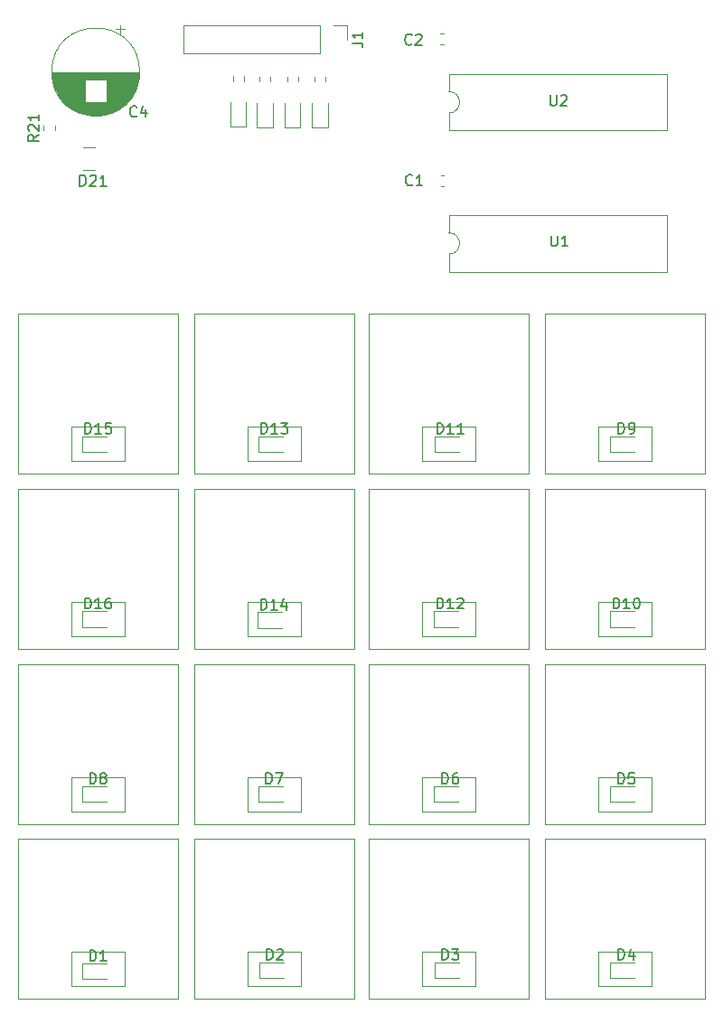
<source format=gto>
%TF.GenerationSoftware,KiCad,Pcbnew,8.0.8*%
%TF.CreationDate,2025-02-24T16:27:27+09:00*%
%TF.ProjectId,keyboard,6b657962-6f61-4726-942e-6b696361645f,rev?*%
%TF.SameCoordinates,Original*%
%TF.FileFunction,Legend,Top*%
%TF.FilePolarity,Positive*%
%FSLAX46Y46*%
G04 Gerber Fmt 4.6, Leading zero omitted, Abs format (unit mm)*
G04 Created by KiCad (PCBNEW 8.0.8) date 2025-02-24 16:27:27*
%MOMM*%
%LPD*%
G01*
G04 APERTURE LIST*
%ADD10C,0.150000*%
%ADD11C,0.100000*%
%ADD12C,0.120000*%
G04 APERTURE END LIST*
D10*
X111285714Y-108124819D02*
X111285714Y-107124819D01*
X111285714Y-107124819D02*
X111523809Y-107124819D01*
X111523809Y-107124819D02*
X111666666Y-107172438D01*
X111666666Y-107172438D02*
X111761904Y-107267676D01*
X111761904Y-107267676D02*
X111809523Y-107362914D01*
X111809523Y-107362914D02*
X111857142Y-107553390D01*
X111857142Y-107553390D02*
X111857142Y-107696247D01*
X111857142Y-107696247D02*
X111809523Y-107886723D01*
X111809523Y-107886723D02*
X111761904Y-107981961D01*
X111761904Y-107981961D02*
X111666666Y-108077200D01*
X111666666Y-108077200D02*
X111523809Y-108124819D01*
X111523809Y-108124819D02*
X111285714Y-108124819D01*
X112809523Y-108124819D02*
X112238095Y-108124819D01*
X112523809Y-108124819D02*
X112523809Y-107124819D01*
X112523809Y-107124819D02*
X112428571Y-107267676D01*
X112428571Y-107267676D02*
X112333333Y-107362914D01*
X112333333Y-107362914D02*
X112238095Y-107410533D01*
X113666666Y-107124819D02*
X113476190Y-107124819D01*
X113476190Y-107124819D02*
X113380952Y-107172438D01*
X113380952Y-107172438D02*
X113333333Y-107220057D01*
X113333333Y-107220057D02*
X113238095Y-107362914D01*
X113238095Y-107362914D02*
X113190476Y-107553390D01*
X113190476Y-107553390D02*
X113190476Y-107934342D01*
X113190476Y-107934342D02*
X113238095Y-108029580D01*
X113238095Y-108029580D02*
X113285714Y-108077200D01*
X113285714Y-108077200D02*
X113380952Y-108124819D01*
X113380952Y-108124819D02*
X113571428Y-108124819D01*
X113571428Y-108124819D02*
X113666666Y-108077200D01*
X113666666Y-108077200D02*
X113714285Y-108029580D01*
X113714285Y-108029580D02*
X113761904Y-107934342D01*
X113761904Y-107934342D02*
X113761904Y-107696247D01*
X113761904Y-107696247D02*
X113714285Y-107601009D01*
X113714285Y-107601009D02*
X113666666Y-107553390D01*
X113666666Y-107553390D02*
X113571428Y-107505771D01*
X113571428Y-107505771D02*
X113380952Y-107505771D01*
X113380952Y-107505771D02*
X113285714Y-107553390D01*
X113285714Y-107553390D02*
X113238095Y-107601009D01*
X113238095Y-107601009D02*
X113190476Y-107696247D01*
X111774405Y-141124819D02*
X111774405Y-140124819D01*
X111774405Y-140124819D02*
X112012500Y-140124819D01*
X112012500Y-140124819D02*
X112155357Y-140172438D01*
X112155357Y-140172438D02*
X112250595Y-140267676D01*
X112250595Y-140267676D02*
X112298214Y-140362914D01*
X112298214Y-140362914D02*
X112345833Y-140553390D01*
X112345833Y-140553390D02*
X112345833Y-140696247D01*
X112345833Y-140696247D02*
X112298214Y-140886723D01*
X112298214Y-140886723D02*
X112250595Y-140981961D01*
X112250595Y-140981961D02*
X112155357Y-141077200D01*
X112155357Y-141077200D02*
X112012500Y-141124819D01*
X112012500Y-141124819D02*
X111774405Y-141124819D01*
X113298214Y-141124819D02*
X112726786Y-141124819D01*
X113012500Y-141124819D02*
X113012500Y-140124819D01*
X113012500Y-140124819D02*
X112917262Y-140267676D01*
X112917262Y-140267676D02*
X112822024Y-140362914D01*
X112822024Y-140362914D02*
X112726786Y-140410533D01*
X144298214Y-91724819D02*
X144298214Y-90724819D01*
X144298214Y-90724819D02*
X144536309Y-90724819D01*
X144536309Y-90724819D02*
X144679166Y-90772438D01*
X144679166Y-90772438D02*
X144774404Y-90867676D01*
X144774404Y-90867676D02*
X144822023Y-90962914D01*
X144822023Y-90962914D02*
X144869642Y-91153390D01*
X144869642Y-91153390D02*
X144869642Y-91296247D01*
X144869642Y-91296247D02*
X144822023Y-91486723D01*
X144822023Y-91486723D02*
X144774404Y-91581961D01*
X144774404Y-91581961D02*
X144679166Y-91677200D01*
X144679166Y-91677200D02*
X144536309Y-91724819D01*
X144536309Y-91724819D02*
X144298214Y-91724819D01*
X145822023Y-91724819D02*
X145250595Y-91724819D01*
X145536309Y-91724819D02*
X145536309Y-90724819D01*
X145536309Y-90724819D02*
X145441071Y-90867676D01*
X145441071Y-90867676D02*
X145345833Y-90962914D01*
X145345833Y-90962914D02*
X145250595Y-91010533D01*
X146774404Y-91724819D02*
X146202976Y-91724819D01*
X146488690Y-91724819D02*
X146488690Y-90724819D01*
X146488690Y-90724819D02*
X146393452Y-90867676D01*
X146393452Y-90867676D02*
X146298214Y-90962914D01*
X146298214Y-90962914D02*
X146202976Y-91010533D01*
X116133333Y-61959580D02*
X116085714Y-62007200D01*
X116085714Y-62007200D02*
X115942857Y-62054819D01*
X115942857Y-62054819D02*
X115847619Y-62054819D01*
X115847619Y-62054819D02*
X115704762Y-62007200D01*
X115704762Y-62007200D02*
X115609524Y-61911961D01*
X115609524Y-61911961D02*
X115561905Y-61816723D01*
X115561905Y-61816723D02*
X115514286Y-61626247D01*
X115514286Y-61626247D02*
X115514286Y-61483390D01*
X115514286Y-61483390D02*
X115561905Y-61292914D01*
X115561905Y-61292914D02*
X115609524Y-61197676D01*
X115609524Y-61197676D02*
X115704762Y-61102438D01*
X115704762Y-61102438D02*
X115847619Y-61054819D01*
X115847619Y-61054819D02*
X115942857Y-61054819D01*
X115942857Y-61054819D02*
X116085714Y-61102438D01*
X116085714Y-61102438D02*
X116133333Y-61150057D01*
X116990476Y-61388152D02*
X116990476Y-62054819D01*
X116752381Y-61007200D02*
X116514286Y-61721485D01*
X116514286Y-61721485D02*
X117133333Y-61721485D01*
X127798214Y-91724819D02*
X127798214Y-90724819D01*
X127798214Y-90724819D02*
X128036309Y-90724819D01*
X128036309Y-90724819D02*
X128179166Y-90772438D01*
X128179166Y-90772438D02*
X128274404Y-90867676D01*
X128274404Y-90867676D02*
X128322023Y-90962914D01*
X128322023Y-90962914D02*
X128369642Y-91153390D01*
X128369642Y-91153390D02*
X128369642Y-91296247D01*
X128369642Y-91296247D02*
X128322023Y-91486723D01*
X128322023Y-91486723D02*
X128274404Y-91581961D01*
X128274404Y-91581961D02*
X128179166Y-91677200D01*
X128179166Y-91677200D02*
X128036309Y-91724819D01*
X128036309Y-91724819D02*
X127798214Y-91724819D01*
X129322023Y-91724819D02*
X128750595Y-91724819D01*
X129036309Y-91724819D02*
X129036309Y-90724819D01*
X129036309Y-90724819D02*
X128941071Y-90867676D01*
X128941071Y-90867676D02*
X128845833Y-90962914D01*
X128845833Y-90962914D02*
X128750595Y-91010533D01*
X129655357Y-90724819D02*
X130274404Y-90724819D01*
X130274404Y-90724819D02*
X129941071Y-91105771D01*
X129941071Y-91105771D02*
X130083928Y-91105771D01*
X130083928Y-91105771D02*
X130179166Y-91153390D01*
X130179166Y-91153390D02*
X130226785Y-91201009D01*
X130226785Y-91201009D02*
X130274404Y-91296247D01*
X130274404Y-91296247D02*
X130274404Y-91534342D01*
X130274404Y-91534342D02*
X130226785Y-91629580D01*
X130226785Y-91629580D02*
X130179166Y-91677200D01*
X130179166Y-91677200D02*
X130083928Y-91724819D01*
X130083928Y-91724819D02*
X129798214Y-91724819D01*
X129798214Y-91724819D02*
X129702976Y-91677200D01*
X129702976Y-91677200D02*
X129655357Y-91629580D01*
X161274405Y-91724819D02*
X161274405Y-90724819D01*
X161274405Y-90724819D02*
X161512500Y-90724819D01*
X161512500Y-90724819D02*
X161655357Y-90772438D01*
X161655357Y-90772438D02*
X161750595Y-90867676D01*
X161750595Y-90867676D02*
X161798214Y-90962914D01*
X161798214Y-90962914D02*
X161845833Y-91153390D01*
X161845833Y-91153390D02*
X161845833Y-91296247D01*
X161845833Y-91296247D02*
X161798214Y-91486723D01*
X161798214Y-91486723D02*
X161750595Y-91581961D01*
X161750595Y-91581961D02*
X161655357Y-91677200D01*
X161655357Y-91677200D02*
X161512500Y-91724819D01*
X161512500Y-91724819D02*
X161274405Y-91724819D01*
X162322024Y-91724819D02*
X162512500Y-91724819D01*
X162512500Y-91724819D02*
X162607738Y-91677200D01*
X162607738Y-91677200D02*
X162655357Y-91629580D01*
X162655357Y-91629580D02*
X162750595Y-91486723D01*
X162750595Y-91486723D02*
X162798214Y-91296247D01*
X162798214Y-91296247D02*
X162798214Y-90915295D01*
X162798214Y-90915295D02*
X162750595Y-90820057D01*
X162750595Y-90820057D02*
X162702976Y-90772438D01*
X162702976Y-90772438D02*
X162607738Y-90724819D01*
X162607738Y-90724819D02*
X162417262Y-90724819D01*
X162417262Y-90724819D02*
X162322024Y-90772438D01*
X162322024Y-90772438D02*
X162274405Y-90820057D01*
X162274405Y-90820057D02*
X162226786Y-90915295D01*
X162226786Y-90915295D02*
X162226786Y-91153390D01*
X162226786Y-91153390D02*
X162274405Y-91248628D01*
X162274405Y-91248628D02*
X162322024Y-91296247D01*
X162322024Y-91296247D02*
X162417262Y-91343866D01*
X162417262Y-91343866D02*
X162607738Y-91343866D01*
X162607738Y-91343866D02*
X162702976Y-91296247D01*
X162702976Y-91296247D02*
X162750595Y-91248628D01*
X162750595Y-91248628D02*
X162798214Y-91153390D01*
X127773214Y-108224819D02*
X127773214Y-107224819D01*
X127773214Y-107224819D02*
X128011309Y-107224819D01*
X128011309Y-107224819D02*
X128154166Y-107272438D01*
X128154166Y-107272438D02*
X128249404Y-107367676D01*
X128249404Y-107367676D02*
X128297023Y-107462914D01*
X128297023Y-107462914D02*
X128344642Y-107653390D01*
X128344642Y-107653390D02*
X128344642Y-107796247D01*
X128344642Y-107796247D02*
X128297023Y-107986723D01*
X128297023Y-107986723D02*
X128249404Y-108081961D01*
X128249404Y-108081961D02*
X128154166Y-108177200D01*
X128154166Y-108177200D02*
X128011309Y-108224819D01*
X128011309Y-108224819D02*
X127773214Y-108224819D01*
X129297023Y-108224819D02*
X128725595Y-108224819D01*
X129011309Y-108224819D02*
X129011309Y-107224819D01*
X129011309Y-107224819D02*
X128916071Y-107367676D01*
X128916071Y-107367676D02*
X128820833Y-107462914D01*
X128820833Y-107462914D02*
X128725595Y-107510533D01*
X130154166Y-107558152D02*
X130154166Y-108224819D01*
X129916071Y-107177200D02*
X129677976Y-107891485D01*
X129677976Y-107891485D02*
X130297023Y-107891485D01*
X111298214Y-91724819D02*
X111298214Y-90724819D01*
X111298214Y-90724819D02*
X111536309Y-90724819D01*
X111536309Y-90724819D02*
X111679166Y-90772438D01*
X111679166Y-90772438D02*
X111774404Y-90867676D01*
X111774404Y-90867676D02*
X111822023Y-90962914D01*
X111822023Y-90962914D02*
X111869642Y-91153390D01*
X111869642Y-91153390D02*
X111869642Y-91296247D01*
X111869642Y-91296247D02*
X111822023Y-91486723D01*
X111822023Y-91486723D02*
X111774404Y-91581961D01*
X111774404Y-91581961D02*
X111679166Y-91677200D01*
X111679166Y-91677200D02*
X111536309Y-91724819D01*
X111536309Y-91724819D02*
X111298214Y-91724819D01*
X112822023Y-91724819D02*
X112250595Y-91724819D01*
X112536309Y-91724819D02*
X112536309Y-90724819D01*
X112536309Y-90724819D02*
X112441071Y-90867676D01*
X112441071Y-90867676D02*
X112345833Y-90962914D01*
X112345833Y-90962914D02*
X112250595Y-91010533D01*
X113726785Y-90724819D02*
X113250595Y-90724819D01*
X113250595Y-90724819D02*
X113202976Y-91201009D01*
X113202976Y-91201009D02*
X113250595Y-91153390D01*
X113250595Y-91153390D02*
X113345833Y-91105771D01*
X113345833Y-91105771D02*
X113583928Y-91105771D01*
X113583928Y-91105771D02*
X113679166Y-91153390D01*
X113679166Y-91153390D02*
X113726785Y-91201009D01*
X113726785Y-91201009D02*
X113774404Y-91296247D01*
X113774404Y-91296247D02*
X113774404Y-91534342D01*
X113774404Y-91534342D02*
X113726785Y-91629580D01*
X113726785Y-91629580D02*
X113679166Y-91677200D01*
X113679166Y-91677200D02*
X113583928Y-91724819D01*
X113583928Y-91724819D02*
X113345833Y-91724819D01*
X113345833Y-91724819D02*
X113250595Y-91677200D01*
X113250595Y-91677200D02*
X113202976Y-91629580D01*
X106964819Y-63732857D02*
X106488628Y-64066190D01*
X106964819Y-64304285D02*
X105964819Y-64304285D01*
X105964819Y-64304285D02*
X105964819Y-63923333D01*
X105964819Y-63923333D02*
X106012438Y-63828095D01*
X106012438Y-63828095D02*
X106060057Y-63780476D01*
X106060057Y-63780476D02*
X106155295Y-63732857D01*
X106155295Y-63732857D02*
X106298152Y-63732857D01*
X106298152Y-63732857D02*
X106393390Y-63780476D01*
X106393390Y-63780476D02*
X106441009Y-63828095D01*
X106441009Y-63828095D02*
X106488628Y-63923333D01*
X106488628Y-63923333D02*
X106488628Y-64304285D01*
X106060057Y-63351904D02*
X106012438Y-63304285D01*
X106012438Y-63304285D02*
X105964819Y-63209047D01*
X105964819Y-63209047D02*
X105964819Y-62970952D01*
X105964819Y-62970952D02*
X106012438Y-62875714D01*
X106012438Y-62875714D02*
X106060057Y-62828095D01*
X106060057Y-62828095D02*
X106155295Y-62780476D01*
X106155295Y-62780476D02*
X106250533Y-62780476D01*
X106250533Y-62780476D02*
X106393390Y-62828095D01*
X106393390Y-62828095D02*
X106964819Y-63399523D01*
X106964819Y-63399523D02*
X106964819Y-62780476D01*
X106964819Y-61828095D02*
X106964819Y-62399523D01*
X106964819Y-62113809D02*
X105964819Y-62113809D01*
X105964819Y-62113809D02*
X106107676Y-62209047D01*
X106107676Y-62209047D02*
X106202914Y-62304285D01*
X106202914Y-62304285D02*
X106250533Y-62399523D01*
X141963333Y-68379580D02*
X141915714Y-68427200D01*
X141915714Y-68427200D02*
X141772857Y-68474819D01*
X141772857Y-68474819D02*
X141677619Y-68474819D01*
X141677619Y-68474819D02*
X141534762Y-68427200D01*
X141534762Y-68427200D02*
X141439524Y-68331961D01*
X141439524Y-68331961D02*
X141391905Y-68236723D01*
X141391905Y-68236723D02*
X141344286Y-68046247D01*
X141344286Y-68046247D02*
X141344286Y-67903390D01*
X141344286Y-67903390D02*
X141391905Y-67712914D01*
X141391905Y-67712914D02*
X141439524Y-67617676D01*
X141439524Y-67617676D02*
X141534762Y-67522438D01*
X141534762Y-67522438D02*
X141677619Y-67474819D01*
X141677619Y-67474819D02*
X141772857Y-67474819D01*
X141772857Y-67474819D02*
X141915714Y-67522438D01*
X141915714Y-67522438D02*
X141963333Y-67570057D01*
X142915714Y-68474819D02*
X142344286Y-68474819D01*
X142630000Y-68474819D02*
X142630000Y-67474819D01*
X142630000Y-67474819D02*
X142534762Y-67617676D01*
X142534762Y-67617676D02*
X142439524Y-67712914D01*
X142439524Y-67712914D02*
X142344286Y-67760533D01*
X144285714Y-108124819D02*
X144285714Y-107124819D01*
X144285714Y-107124819D02*
X144523809Y-107124819D01*
X144523809Y-107124819D02*
X144666666Y-107172438D01*
X144666666Y-107172438D02*
X144761904Y-107267676D01*
X144761904Y-107267676D02*
X144809523Y-107362914D01*
X144809523Y-107362914D02*
X144857142Y-107553390D01*
X144857142Y-107553390D02*
X144857142Y-107696247D01*
X144857142Y-107696247D02*
X144809523Y-107886723D01*
X144809523Y-107886723D02*
X144761904Y-107981961D01*
X144761904Y-107981961D02*
X144666666Y-108077200D01*
X144666666Y-108077200D02*
X144523809Y-108124819D01*
X144523809Y-108124819D02*
X144285714Y-108124819D01*
X145809523Y-108124819D02*
X145238095Y-108124819D01*
X145523809Y-108124819D02*
X145523809Y-107124819D01*
X145523809Y-107124819D02*
X145428571Y-107267676D01*
X145428571Y-107267676D02*
X145333333Y-107362914D01*
X145333333Y-107362914D02*
X145238095Y-107410533D01*
X146190476Y-107220057D02*
X146238095Y-107172438D01*
X146238095Y-107172438D02*
X146333333Y-107124819D01*
X146333333Y-107124819D02*
X146571428Y-107124819D01*
X146571428Y-107124819D02*
X146666666Y-107172438D01*
X146666666Y-107172438D02*
X146714285Y-107220057D01*
X146714285Y-107220057D02*
X146761904Y-107315295D01*
X146761904Y-107315295D02*
X146761904Y-107410533D01*
X146761904Y-107410533D02*
X146714285Y-107553390D01*
X146714285Y-107553390D02*
X146142857Y-108124819D01*
X146142857Y-108124819D02*
X146761904Y-108124819D01*
X128261905Y-124524819D02*
X128261905Y-123524819D01*
X128261905Y-123524819D02*
X128500000Y-123524819D01*
X128500000Y-123524819D02*
X128642857Y-123572438D01*
X128642857Y-123572438D02*
X128738095Y-123667676D01*
X128738095Y-123667676D02*
X128785714Y-123762914D01*
X128785714Y-123762914D02*
X128833333Y-123953390D01*
X128833333Y-123953390D02*
X128833333Y-124096247D01*
X128833333Y-124096247D02*
X128785714Y-124286723D01*
X128785714Y-124286723D02*
X128738095Y-124381961D01*
X128738095Y-124381961D02*
X128642857Y-124477200D01*
X128642857Y-124477200D02*
X128500000Y-124524819D01*
X128500000Y-124524819D02*
X128261905Y-124524819D01*
X129166667Y-123524819D02*
X129833333Y-123524819D01*
X129833333Y-123524819D02*
X129404762Y-124524819D01*
X144774405Y-141024819D02*
X144774405Y-140024819D01*
X144774405Y-140024819D02*
X145012500Y-140024819D01*
X145012500Y-140024819D02*
X145155357Y-140072438D01*
X145155357Y-140072438D02*
X145250595Y-140167676D01*
X145250595Y-140167676D02*
X145298214Y-140262914D01*
X145298214Y-140262914D02*
X145345833Y-140453390D01*
X145345833Y-140453390D02*
X145345833Y-140596247D01*
X145345833Y-140596247D02*
X145298214Y-140786723D01*
X145298214Y-140786723D02*
X145250595Y-140881961D01*
X145250595Y-140881961D02*
X145155357Y-140977200D01*
X145155357Y-140977200D02*
X145012500Y-141024819D01*
X145012500Y-141024819D02*
X144774405Y-141024819D01*
X145679167Y-140024819D02*
X146298214Y-140024819D01*
X146298214Y-140024819D02*
X145964881Y-140405771D01*
X145964881Y-140405771D02*
X146107738Y-140405771D01*
X146107738Y-140405771D02*
X146202976Y-140453390D01*
X146202976Y-140453390D02*
X146250595Y-140501009D01*
X146250595Y-140501009D02*
X146298214Y-140596247D01*
X146298214Y-140596247D02*
X146298214Y-140834342D01*
X146298214Y-140834342D02*
X146250595Y-140929580D01*
X146250595Y-140929580D02*
X146202976Y-140977200D01*
X146202976Y-140977200D02*
X146107738Y-141024819D01*
X146107738Y-141024819D02*
X145822024Y-141024819D01*
X145822024Y-141024819D02*
X145726786Y-140977200D01*
X145726786Y-140977200D02*
X145679167Y-140929580D01*
X136324819Y-55133333D02*
X137039104Y-55133333D01*
X137039104Y-55133333D02*
X137181961Y-55180952D01*
X137181961Y-55180952D02*
X137277200Y-55276190D01*
X137277200Y-55276190D02*
X137324819Y-55419047D01*
X137324819Y-55419047D02*
X137324819Y-55514285D01*
X137324819Y-54133333D02*
X137324819Y-54704761D01*
X137324819Y-54419047D02*
X136324819Y-54419047D01*
X136324819Y-54419047D02*
X136467676Y-54514285D01*
X136467676Y-54514285D02*
X136562914Y-54609523D01*
X136562914Y-54609523D02*
X136610533Y-54704761D01*
X141903333Y-55209580D02*
X141855714Y-55257200D01*
X141855714Y-55257200D02*
X141712857Y-55304819D01*
X141712857Y-55304819D02*
X141617619Y-55304819D01*
X141617619Y-55304819D02*
X141474762Y-55257200D01*
X141474762Y-55257200D02*
X141379524Y-55161961D01*
X141379524Y-55161961D02*
X141331905Y-55066723D01*
X141331905Y-55066723D02*
X141284286Y-54876247D01*
X141284286Y-54876247D02*
X141284286Y-54733390D01*
X141284286Y-54733390D02*
X141331905Y-54542914D01*
X141331905Y-54542914D02*
X141379524Y-54447676D01*
X141379524Y-54447676D02*
X141474762Y-54352438D01*
X141474762Y-54352438D02*
X141617619Y-54304819D01*
X141617619Y-54304819D02*
X141712857Y-54304819D01*
X141712857Y-54304819D02*
X141855714Y-54352438D01*
X141855714Y-54352438D02*
X141903333Y-54400057D01*
X142284286Y-54400057D02*
X142331905Y-54352438D01*
X142331905Y-54352438D02*
X142427143Y-54304819D01*
X142427143Y-54304819D02*
X142665238Y-54304819D01*
X142665238Y-54304819D02*
X142760476Y-54352438D01*
X142760476Y-54352438D02*
X142808095Y-54400057D01*
X142808095Y-54400057D02*
X142855714Y-54495295D01*
X142855714Y-54495295D02*
X142855714Y-54590533D01*
X142855714Y-54590533D02*
X142808095Y-54733390D01*
X142808095Y-54733390D02*
X142236667Y-55304819D01*
X142236667Y-55304819D02*
X142855714Y-55304819D01*
X160798214Y-108124819D02*
X160798214Y-107124819D01*
X160798214Y-107124819D02*
X161036309Y-107124819D01*
X161036309Y-107124819D02*
X161179166Y-107172438D01*
X161179166Y-107172438D02*
X161274404Y-107267676D01*
X161274404Y-107267676D02*
X161322023Y-107362914D01*
X161322023Y-107362914D02*
X161369642Y-107553390D01*
X161369642Y-107553390D02*
X161369642Y-107696247D01*
X161369642Y-107696247D02*
X161322023Y-107886723D01*
X161322023Y-107886723D02*
X161274404Y-107981961D01*
X161274404Y-107981961D02*
X161179166Y-108077200D01*
X161179166Y-108077200D02*
X161036309Y-108124819D01*
X161036309Y-108124819D02*
X160798214Y-108124819D01*
X162322023Y-108124819D02*
X161750595Y-108124819D01*
X162036309Y-108124819D02*
X162036309Y-107124819D01*
X162036309Y-107124819D02*
X161941071Y-107267676D01*
X161941071Y-107267676D02*
X161845833Y-107362914D01*
X161845833Y-107362914D02*
X161750595Y-107410533D01*
X162941071Y-107124819D02*
X163036309Y-107124819D01*
X163036309Y-107124819D02*
X163131547Y-107172438D01*
X163131547Y-107172438D02*
X163179166Y-107220057D01*
X163179166Y-107220057D02*
X163226785Y-107315295D01*
X163226785Y-107315295D02*
X163274404Y-107505771D01*
X163274404Y-107505771D02*
X163274404Y-107743866D01*
X163274404Y-107743866D02*
X163226785Y-107934342D01*
X163226785Y-107934342D02*
X163179166Y-108029580D01*
X163179166Y-108029580D02*
X163131547Y-108077200D01*
X163131547Y-108077200D02*
X163036309Y-108124819D01*
X163036309Y-108124819D02*
X162941071Y-108124819D01*
X162941071Y-108124819D02*
X162845833Y-108077200D01*
X162845833Y-108077200D02*
X162798214Y-108029580D01*
X162798214Y-108029580D02*
X162750595Y-107934342D01*
X162750595Y-107934342D02*
X162702976Y-107743866D01*
X162702976Y-107743866D02*
X162702976Y-107505771D01*
X162702976Y-107505771D02*
X162750595Y-107315295D01*
X162750595Y-107315295D02*
X162798214Y-107220057D01*
X162798214Y-107220057D02*
X162845833Y-107172438D01*
X162845833Y-107172438D02*
X162941071Y-107124819D01*
X154888095Y-59994819D02*
X154888095Y-60804342D01*
X154888095Y-60804342D02*
X154935714Y-60899580D01*
X154935714Y-60899580D02*
X154983333Y-60947200D01*
X154983333Y-60947200D02*
X155078571Y-60994819D01*
X155078571Y-60994819D02*
X155269047Y-60994819D01*
X155269047Y-60994819D02*
X155364285Y-60947200D01*
X155364285Y-60947200D02*
X155411904Y-60899580D01*
X155411904Y-60899580D02*
X155459523Y-60804342D01*
X155459523Y-60804342D02*
X155459523Y-59994819D01*
X155888095Y-60090057D02*
X155935714Y-60042438D01*
X155935714Y-60042438D02*
X156030952Y-59994819D01*
X156030952Y-59994819D02*
X156269047Y-59994819D01*
X156269047Y-59994819D02*
X156364285Y-60042438D01*
X156364285Y-60042438D02*
X156411904Y-60090057D01*
X156411904Y-60090057D02*
X156459523Y-60185295D01*
X156459523Y-60185295D02*
X156459523Y-60280533D01*
X156459523Y-60280533D02*
X156411904Y-60423390D01*
X156411904Y-60423390D02*
X155840476Y-60994819D01*
X155840476Y-60994819D02*
X156459523Y-60994819D01*
X161274405Y-141024819D02*
X161274405Y-140024819D01*
X161274405Y-140024819D02*
X161512500Y-140024819D01*
X161512500Y-140024819D02*
X161655357Y-140072438D01*
X161655357Y-140072438D02*
X161750595Y-140167676D01*
X161750595Y-140167676D02*
X161798214Y-140262914D01*
X161798214Y-140262914D02*
X161845833Y-140453390D01*
X161845833Y-140453390D02*
X161845833Y-140596247D01*
X161845833Y-140596247D02*
X161798214Y-140786723D01*
X161798214Y-140786723D02*
X161750595Y-140881961D01*
X161750595Y-140881961D02*
X161655357Y-140977200D01*
X161655357Y-140977200D02*
X161512500Y-141024819D01*
X161512500Y-141024819D02*
X161274405Y-141024819D01*
X162702976Y-140358152D02*
X162702976Y-141024819D01*
X162464881Y-139977200D02*
X162226786Y-140691485D01*
X162226786Y-140691485D02*
X162845833Y-140691485D01*
X161261905Y-124524819D02*
X161261905Y-123524819D01*
X161261905Y-123524819D02*
X161500000Y-123524819D01*
X161500000Y-123524819D02*
X161642857Y-123572438D01*
X161642857Y-123572438D02*
X161738095Y-123667676D01*
X161738095Y-123667676D02*
X161785714Y-123762914D01*
X161785714Y-123762914D02*
X161833333Y-123953390D01*
X161833333Y-123953390D02*
X161833333Y-124096247D01*
X161833333Y-124096247D02*
X161785714Y-124286723D01*
X161785714Y-124286723D02*
X161738095Y-124381961D01*
X161738095Y-124381961D02*
X161642857Y-124477200D01*
X161642857Y-124477200D02*
X161500000Y-124524819D01*
X161500000Y-124524819D02*
X161261905Y-124524819D01*
X162738095Y-123524819D02*
X162261905Y-123524819D01*
X162261905Y-123524819D02*
X162214286Y-124001009D01*
X162214286Y-124001009D02*
X162261905Y-123953390D01*
X162261905Y-123953390D02*
X162357143Y-123905771D01*
X162357143Y-123905771D02*
X162595238Y-123905771D01*
X162595238Y-123905771D02*
X162690476Y-123953390D01*
X162690476Y-123953390D02*
X162738095Y-124001009D01*
X162738095Y-124001009D02*
X162785714Y-124096247D01*
X162785714Y-124096247D02*
X162785714Y-124334342D01*
X162785714Y-124334342D02*
X162738095Y-124429580D01*
X162738095Y-124429580D02*
X162690476Y-124477200D01*
X162690476Y-124477200D02*
X162595238Y-124524819D01*
X162595238Y-124524819D02*
X162357143Y-124524819D01*
X162357143Y-124524819D02*
X162261905Y-124477200D01*
X162261905Y-124477200D02*
X162214286Y-124429580D01*
X111761905Y-124524819D02*
X111761905Y-123524819D01*
X111761905Y-123524819D02*
X112000000Y-123524819D01*
X112000000Y-123524819D02*
X112142857Y-123572438D01*
X112142857Y-123572438D02*
X112238095Y-123667676D01*
X112238095Y-123667676D02*
X112285714Y-123762914D01*
X112285714Y-123762914D02*
X112333333Y-123953390D01*
X112333333Y-123953390D02*
X112333333Y-124096247D01*
X112333333Y-124096247D02*
X112285714Y-124286723D01*
X112285714Y-124286723D02*
X112238095Y-124381961D01*
X112238095Y-124381961D02*
X112142857Y-124477200D01*
X112142857Y-124477200D02*
X112000000Y-124524819D01*
X112000000Y-124524819D02*
X111761905Y-124524819D01*
X112904762Y-123953390D02*
X112809524Y-123905771D01*
X112809524Y-123905771D02*
X112761905Y-123858152D01*
X112761905Y-123858152D02*
X112714286Y-123762914D01*
X112714286Y-123762914D02*
X112714286Y-123715295D01*
X112714286Y-123715295D02*
X112761905Y-123620057D01*
X112761905Y-123620057D02*
X112809524Y-123572438D01*
X112809524Y-123572438D02*
X112904762Y-123524819D01*
X112904762Y-123524819D02*
X113095238Y-123524819D01*
X113095238Y-123524819D02*
X113190476Y-123572438D01*
X113190476Y-123572438D02*
X113238095Y-123620057D01*
X113238095Y-123620057D02*
X113285714Y-123715295D01*
X113285714Y-123715295D02*
X113285714Y-123762914D01*
X113285714Y-123762914D02*
X113238095Y-123858152D01*
X113238095Y-123858152D02*
X113190476Y-123905771D01*
X113190476Y-123905771D02*
X113095238Y-123953390D01*
X113095238Y-123953390D02*
X112904762Y-123953390D01*
X112904762Y-123953390D02*
X112809524Y-124001009D01*
X112809524Y-124001009D02*
X112761905Y-124048628D01*
X112761905Y-124048628D02*
X112714286Y-124143866D01*
X112714286Y-124143866D02*
X112714286Y-124334342D01*
X112714286Y-124334342D02*
X112761905Y-124429580D01*
X112761905Y-124429580D02*
X112809524Y-124477200D01*
X112809524Y-124477200D02*
X112904762Y-124524819D01*
X112904762Y-124524819D02*
X113095238Y-124524819D01*
X113095238Y-124524819D02*
X113190476Y-124477200D01*
X113190476Y-124477200D02*
X113238095Y-124429580D01*
X113238095Y-124429580D02*
X113285714Y-124334342D01*
X113285714Y-124334342D02*
X113285714Y-124143866D01*
X113285714Y-124143866D02*
X113238095Y-124048628D01*
X113238095Y-124048628D02*
X113190476Y-124001009D01*
X113190476Y-124001009D02*
X113095238Y-123953390D01*
X110815714Y-68514819D02*
X110815714Y-67514819D01*
X110815714Y-67514819D02*
X111053809Y-67514819D01*
X111053809Y-67514819D02*
X111196666Y-67562438D01*
X111196666Y-67562438D02*
X111291904Y-67657676D01*
X111291904Y-67657676D02*
X111339523Y-67752914D01*
X111339523Y-67752914D02*
X111387142Y-67943390D01*
X111387142Y-67943390D02*
X111387142Y-68086247D01*
X111387142Y-68086247D02*
X111339523Y-68276723D01*
X111339523Y-68276723D02*
X111291904Y-68371961D01*
X111291904Y-68371961D02*
X111196666Y-68467200D01*
X111196666Y-68467200D02*
X111053809Y-68514819D01*
X111053809Y-68514819D02*
X110815714Y-68514819D01*
X111768095Y-67610057D02*
X111815714Y-67562438D01*
X111815714Y-67562438D02*
X111910952Y-67514819D01*
X111910952Y-67514819D02*
X112149047Y-67514819D01*
X112149047Y-67514819D02*
X112244285Y-67562438D01*
X112244285Y-67562438D02*
X112291904Y-67610057D01*
X112291904Y-67610057D02*
X112339523Y-67705295D01*
X112339523Y-67705295D02*
X112339523Y-67800533D01*
X112339523Y-67800533D02*
X112291904Y-67943390D01*
X112291904Y-67943390D02*
X111720476Y-68514819D01*
X111720476Y-68514819D02*
X112339523Y-68514819D01*
X113291904Y-68514819D02*
X112720476Y-68514819D01*
X113006190Y-68514819D02*
X113006190Y-67514819D01*
X113006190Y-67514819D02*
X112910952Y-67657676D01*
X112910952Y-67657676D02*
X112815714Y-67752914D01*
X112815714Y-67752914D02*
X112720476Y-67800533D01*
X128349405Y-141024819D02*
X128349405Y-140024819D01*
X128349405Y-140024819D02*
X128587500Y-140024819D01*
X128587500Y-140024819D02*
X128730357Y-140072438D01*
X128730357Y-140072438D02*
X128825595Y-140167676D01*
X128825595Y-140167676D02*
X128873214Y-140262914D01*
X128873214Y-140262914D02*
X128920833Y-140453390D01*
X128920833Y-140453390D02*
X128920833Y-140596247D01*
X128920833Y-140596247D02*
X128873214Y-140786723D01*
X128873214Y-140786723D02*
X128825595Y-140881961D01*
X128825595Y-140881961D02*
X128730357Y-140977200D01*
X128730357Y-140977200D02*
X128587500Y-141024819D01*
X128587500Y-141024819D02*
X128349405Y-141024819D01*
X129301786Y-140120057D02*
X129349405Y-140072438D01*
X129349405Y-140072438D02*
X129444643Y-140024819D01*
X129444643Y-140024819D02*
X129682738Y-140024819D01*
X129682738Y-140024819D02*
X129777976Y-140072438D01*
X129777976Y-140072438D02*
X129825595Y-140120057D01*
X129825595Y-140120057D02*
X129873214Y-140215295D01*
X129873214Y-140215295D02*
X129873214Y-140310533D01*
X129873214Y-140310533D02*
X129825595Y-140453390D01*
X129825595Y-140453390D02*
X129254167Y-141024819D01*
X129254167Y-141024819D02*
X129873214Y-141024819D01*
X144761905Y-124524819D02*
X144761905Y-123524819D01*
X144761905Y-123524819D02*
X145000000Y-123524819D01*
X145000000Y-123524819D02*
X145142857Y-123572438D01*
X145142857Y-123572438D02*
X145238095Y-123667676D01*
X145238095Y-123667676D02*
X145285714Y-123762914D01*
X145285714Y-123762914D02*
X145333333Y-123953390D01*
X145333333Y-123953390D02*
X145333333Y-124096247D01*
X145333333Y-124096247D02*
X145285714Y-124286723D01*
X145285714Y-124286723D02*
X145238095Y-124381961D01*
X145238095Y-124381961D02*
X145142857Y-124477200D01*
X145142857Y-124477200D02*
X145000000Y-124524819D01*
X145000000Y-124524819D02*
X144761905Y-124524819D01*
X146190476Y-123524819D02*
X146000000Y-123524819D01*
X146000000Y-123524819D02*
X145904762Y-123572438D01*
X145904762Y-123572438D02*
X145857143Y-123620057D01*
X145857143Y-123620057D02*
X145761905Y-123762914D01*
X145761905Y-123762914D02*
X145714286Y-123953390D01*
X145714286Y-123953390D02*
X145714286Y-124334342D01*
X145714286Y-124334342D02*
X145761905Y-124429580D01*
X145761905Y-124429580D02*
X145809524Y-124477200D01*
X145809524Y-124477200D02*
X145904762Y-124524819D01*
X145904762Y-124524819D02*
X146095238Y-124524819D01*
X146095238Y-124524819D02*
X146190476Y-124477200D01*
X146190476Y-124477200D02*
X146238095Y-124429580D01*
X146238095Y-124429580D02*
X146285714Y-124334342D01*
X146285714Y-124334342D02*
X146285714Y-124096247D01*
X146285714Y-124096247D02*
X146238095Y-124001009D01*
X146238095Y-124001009D02*
X146190476Y-123953390D01*
X146190476Y-123953390D02*
X146095238Y-123905771D01*
X146095238Y-123905771D02*
X145904762Y-123905771D01*
X145904762Y-123905771D02*
X145809524Y-123953390D01*
X145809524Y-123953390D02*
X145761905Y-124001009D01*
X145761905Y-124001009D02*
X145714286Y-124096247D01*
X154968095Y-73164819D02*
X154968095Y-73974342D01*
X154968095Y-73974342D02*
X155015714Y-74069580D01*
X155015714Y-74069580D02*
X155063333Y-74117200D01*
X155063333Y-74117200D02*
X155158571Y-74164819D01*
X155158571Y-74164819D02*
X155349047Y-74164819D01*
X155349047Y-74164819D02*
X155444285Y-74117200D01*
X155444285Y-74117200D02*
X155491904Y-74069580D01*
X155491904Y-74069580D02*
X155539523Y-73974342D01*
X155539523Y-73974342D02*
X155539523Y-73164819D01*
X156539523Y-74164819D02*
X155968095Y-74164819D01*
X156253809Y-74164819D02*
X156253809Y-73164819D01*
X156253809Y-73164819D02*
X156158571Y-73307676D01*
X156158571Y-73307676D02*
X156063333Y-73402914D01*
X156063333Y-73402914D02*
X155968095Y-73450533D01*
%TO.C,SW15*%
D11*
X154400000Y-113300000D02*
X169400000Y-113300000D01*
X169400000Y-128300000D01*
X154400000Y-128300000D01*
X154400000Y-113300000D01*
X159400000Y-123900000D02*
X164400000Y-123900000D01*
X164400000Y-127100000D01*
X159400000Y-127100000D01*
X159400000Y-123900000D01*
%TO.C,SW4*%
X154400000Y-80500000D02*
X169400000Y-80500000D01*
X169400000Y-95500000D01*
X154400000Y-95500000D01*
X154400000Y-80500000D01*
X159400000Y-91100000D02*
X164400000Y-91100000D01*
X164400000Y-94300000D01*
X159400000Y-94300000D01*
X159400000Y-91100000D01*
D12*
%TO.C,D16*%
X111015000Y-108365000D02*
X111015000Y-109835000D01*
X111015000Y-109835000D02*
X113300000Y-109835000D01*
X113300000Y-108365000D02*
X111015000Y-108365000D01*
%TO.C,SW3*%
D11*
X137900000Y-80500000D02*
X152900000Y-80500000D01*
X152900000Y-95500000D01*
X137900000Y-95500000D01*
X137900000Y-80500000D01*
X142900000Y-91100000D02*
X147900000Y-91100000D01*
X147900000Y-94300000D01*
X142900000Y-94300000D01*
X142900000Y-91100000D01*
%TO.C,SW10*%
X105000000Y-129700000D02*
X120000000Y-129700000D01*
X120000000Y-144700000D01*
X105000000Y-144700000D01*
X105000000Y-129700000D01*
X110000000Y-140300000D02*
X115000000Y-140300000D01*
X115000000Y-143500000D01*
X110000000Y-143500000D01*
X110000000Y-140300000D01*
D12*
%TO.C,D1*%
X111027500Y-141365000D02*
X111027500Y-142835000D01*
X111027500Y-142835000D02*
X113312500Y-142835000D01*
X113312500Y-141365000D02*
X111027500Y-141365000D01*
%TO.C,D11*%
X144027500Y-91965000D02*
X144027500Y-93435000D01*
X144027500Y-93435000D02*
X146312500Y-93435000D01*
X146312500Y-91965000D02*
X144027500Y-91965000D01*
%TO.C,SW12*%
D11*
X121500000Y-129700000D02*
X136500000Y-129700000D01*
X136500000Y-144700000D01*
X121500000Y-144700000D01*
X121500000Y-129700000D01*
X126500000Y-140300000D02*
X131500000Y-140300000D01*
X131500000Y-143500000D01*
X126500000Y-143500000D01*
X126500000Y-140300000D01*
D12*
%TO.C,C4*%
X111260000Y-58571000D02*
X108283000Y-58571000D01*
X111260000Y-58611000D02*
X108290000Y-58611000D01*
X111260000Y-58651000D02*
X108298000Y-58651000D01*
X111260000Y-58691000D02*
X108306000Y-58691000D01*
X111260000Y-58731000D02*
X108315000Y-58731000D01*
X111260000Y-58771000D02*
X108324000Y-58771000D01*
X111260000Y-58811000D02*
X108333000Y-58811000D01*
X111260000Y-58851000D02*
X108343000Y-58851000D01*
X111260000Y-58891000D02*
X108353000Y-58891000D01*
X111260000Y-58931000D02*
X108364000Y-58931000D01*
X111260000Y-58971000D02*
X108375000Y-58971000D01*
X111260000Y-59011000D02*
X108386000Y-59011000D01*
X111260000Y-59051000D02*
X108398000Y-59051000D01*
X111260000Y-59091000D02*
X108411000Y-59091000D01*
X111260000Y-59131000D02*
X108423000Y-59131000D01*
X111260000Y-59171000D02*
X108437000Y-59171000D01*
X111260000Y-59211000D02*
X108450000Y-59211000D01*
X111260000Y-59251000D02*
X108465000Y-59251000D01*
X111260000Y-59291000D02*
X108479000Y-59291000D01*
X111260000Y-59331000D02*
X108495000Y-59331000D01*
X111260000Y-59371000D02*
X108510000Y-59371000D01*
X111260000Y-59411000D02*
X108526000Y-59411000D01*
X111260000Y-59451000D02*
X108543000Y-59451000D01*
X111260000Y-59491000D02*
X108560000Y-59491000D01*
X111260000Y-59531000D02*
X108578000Y-59531000D01*
X111260000Y-59571000D02*
X108596000Y-59571000D01*
X111260000Y-59611000D02*
X108614000Y-59611000D01*
X111260000Y-59651000D02*
X108634000Y-59651000D01*
X111260000Y-59691000D02*
X108653000Y-59691000D01*
X111260000Y-59731000D02*
X108673000Y-59731000D01*
X111260000Y-59771000D02*
X108694000Y-59771000D01*
X111260000Y-59811000D02*
X108716000Y-59811000D01*
X111260000Y-59851000D02*
X108738000Y-59851000D01*
X111260000Y-59891000D02*
X108760000Y-59891000D01*
X111260000Y-59931000D02*
X108783000Y-59931000D01*
X111260000Y-59971000D02*
X108807000Y-59971000D01*
X111260000Y-60011000D02*
X108831000Y-60011000D01*
X111260000Y-60051000D02*
X108856000Y-60051000D01*
X111260000Y-60091000D02*
X108882000Y-60091000D01*
X111260000Y-60131000D02*
X108908000Y-60131000D01*
X111260000Y-60171000D02*
X108935000Y-60171000D01*
X111260000Y-60211000D02*
X108962000Y-60211000D01*
X111260000Y-60251000D02*
X108991000Y-60251000D01*
X111260000Y-60291000D02*
X109020000Y-60291000D01*
X111260000Y-60331000D02*
X109050000Y-60331000D01*
X111260000Y-60371000D02*
X109080000Y-60371000D01*
X111260000Y-60411000D02*
X109111000Y-60411000D01*
X111260000Y-60451000D02*
X109144000Y-60451000D01*
X111260000Y-60491000D02*
X109176000Y-60491000D01*
X111260000Y-60531000D02*
X109210000Y-60531000D01*
X111260000Y-60571000D02*
X109245000Y-60571000D01*
X111260000Y-60611000D02*
X109281000Y-60611000D01*
X112833000Y-61931000D02*
X111767000Y-61931000D01*
X113068000Y-61891000D02*
X111532000Y-61891000D01*
X113248000Y-61851000D02*
X111352000Y-61851000D01*
X113398000Y-61811000D02*
X111202000Y-61811000D01*
X113529000Y-61771000D02*
X111071000Y-61771000D01*
X113646000Y-61731000D02*
X110954000Y-61731000D01*
X113753000Y-61691000D02*
X110847000Y-61691000D01*
X113852000Y-61651000D02*
X110748000Y-61651000D01*
X113945000Y-61611000D02*
X110655000Y-61611000D01*
X114031000Y-61571000D02*
X110569000Y-61571000D01*
X114113000Y-61531000D02*
X110487000Y-61531000D01*
X114190000Y-61491000D02*
X110410000Y-61491000D01*
X114264000Y-61451000D02*
X110336000Y-61451000D01*
X114334000Y-61411000D02*
X110266000Y-61411000D01*
X114402000Y-61371000D02*
X110198000Y-61371000D01*
X114466000Y-61331000D02*
X110134000Y-61331000D01*
X114528000Y-61291000D02*
X110072000Y-61291000D01*
X114587000Y-61251000D02*
X110013000Y-61251000D01*
X114615000Y-53440302D02*
X114615000Y-54240302D01*
X114645000Y-61211000D02*
X109955000Y-61211000D01*
X114700000Y-61171000D02*
X109900000Y-61171000D01*
X114754000Y-61131000D02*
X109846000Y-61131000D01*
X114805000Y-61091000D02*
X109795000Y-61091000D01*
X114856000Y-61051000D02*
X109744000Y-61051000D01*
X114904000Y-61011000D02*
X109696000Y-61011000D01*
X114951000Y-60971000D02*
X109649000Y-60971000D01*
X114997000Y-60931000D02*
X109603000Y-60931000D01*
X115015000Y-53840302D02*
X114215000Y-53840302D01*
X115041000Y-60891000D02*
X109559000Y-60891000D01*
X115084000Y-60851000D02*
X109516000Y-60851000D01*
X115126000Y-60811000D02*
X109474000Y-60811000D01*
X115167000Y-60771000D02*
X109433000Y-60771000D01*
X115207000Y-60731000D02*
X109393000Y-60731000D01*
X115245000Y-60691000D02*
X109355000Y-60691000D01*
X115283000Y-60651000D02*
X109317000Y-60651000D01*
X115319000Y-60611000D02*
X113340000Y-60611000D01*
X115355000Y-60571000D02*
X113340000Y-60571000D01*
X115390000Y-60531000D02*
X113340000Y-60531000D01*
X115424000Y-60491000D02*
X113340000Y-60491000D01*
X115456000Y-60451000D02*
X113340000Y-60451000D01*
X115489000Y-60411000D02*
X113340000Y-60411000D01*
X115520000Y-60371000D02*
X113340000Y-60371000D01*
X115550000Y-60331000D02*
X113340000Y-60331000D01*
X115580000Y-60291000D02*
X113340000Y-60291000D01*
X115609000Y-60251000D02*
X113340000Y-60251000D01*
X115638000Y-60211000D02*
X113340000Y-60211000D01*
X115665000Y-60171000D02*
X113340000Y-60171000D01*
X115692000Y-60131000D02*
X113340000Y-60131000D01*
X115718000Y-60091000D02*
X113340000Y-60091000D01*
X115744000Y-60051000D02*
X113340000Y-60051000D01*
X115769000Y-60011000D02*
X113340000Y-60011000D01*
X115793000Y-59971000D02*
X113340000Y-59971000D01*
X115817000Y-59931000D02*
X113340000Y-59931000D01*
X115840000Y-59891000D02*
X113340000Y-59891000D01*
X115862000Y-59851000D02*
X113340000Y-59851000D01*
X115884000Y-59811000D02*
X113340000Y-59811000D01*
X115906000Y-59771000D02*
X113340000Y-59771000D01*
X115927000Y-59731000D02*
X113340000Y-59731000D01*
X115947000Y-59691000D02*
X113340000Y-59691000D01*
X115966000Y-59651000D02*
X113340000Y-59651000D01*
X115986000Y-59611000D02*
X113340000Y-59611000D01*
X116004000Y-59571000D02*
X113340000Y-59571000D01*
X116022000Y-59531000D02*
X113340000Y-59531000D01*
X116040000Y-59491000D02*
X113340000Y-59491000D01*
X116057000Y-59451000D02*
X113340000Y-59451000D01*
X116074000Y-59411000D02*
X113340000Y-59411000D01*
X116090000Y-59371000D02*
X113340000Y-59371000D01*
X116105000Y-59331000D02*
X113340000Y-59331000D01*
X116121000Y-59291000D02*
X113340000Y-59291000D01*
X116135000Y-59251000D02*
X113340000Y-59251000D01*
X116150000Y-59211000D02*
X113340000Y-59211000D01*
X116163000Y-59171000D02*
X113340000Y-59171000D01*
X116177000Y-59131000D02*
X113340000Y-59131000D01*
X116189000Y-59091000D02*
X113340000Y-59091000D01*
X116202000Y-59051000D02*
X113340000Y-59051000D01*
X116214000Y-59011000D02*
X113340000Y-59011000D01*
X116225000Y-58971000D02*
X113340000Y-58971000D01*
X116236000Y-58931000D02*
X113340000Y-58931000D01*
X116247000Y-58891000D02*
X113340000Y-58891000D01*
X116257000Y-58851000D02*
X113340000Y-58851000D01*
X116267000Y-58811000D02*
X113340000Y-58811000D01*
X116276000Y-58771000D02*
X113340000Y-58771000D01*
X116285000Y-58731000D02*
X113340000Y-58731000D01*
X116294000Y-58691000D02*
X113340000Y-58691000D01*
X116302000Y-58651000D02*
X113340000Y-58651000D01*
X116310000Y-58611000D02*
X113340000Y-58611000D01*
X116317000Y-58571000D02*
X113340000Y-58571000D01*
X116324000Y-58530000D02*
X108276000Y-58530000D01*
X116330000Y-58490000D02*
X108270000Y-58490000D01*
X116337000Y-58450000D02*
X108263000Y-58450000D01*
X116342000Y-58410000D02*
X108258000Y-58410000D01*
X116348000Y-58370000D02*
X108252000Y-58370000D01*
X116352000Y-58330000D02*
X108248000Y-58330000D01*
X116357000Y-58290000D02*
X108243000Y-58290000D01*
X116361000Y-58250000D02*
X108239000Y-58250000D01*
X116365000Y-58210000D02*
X108235000Y-58210000D01*
X116368000Y-58170000D02*
X108232000Y-58170000D01*
X116371000Y-58130000D02*
X108229000Y-58130000D01*
X116374000Y-58090000D02*
X108226000Y-58090000D01*
X116376000Y-58050000D02*
X108224000Y-58050000D01*
X116377000Y-58010000D02*
X108223000Y-58010000D01*
X116379000Y-57970000D02*
X108221000Y-57970000D01*
X116380000Y-57850000D02*
X108220000Y-57850000D01*
X116380000Y-57890000D02*
X108220000Y-57890000D01*
X116380000Y-57930000D02*
X108220000Y-57930000D01*
X116420000Y-57850000D02*
G75*
G02*
X108180000Y-57850000I-4120000J0D01*
G01*
X108180000Y-57850000D02*
G75*
G02*
X116420000Y-57850000I4120000J0D01*
G01*
%TO.C,SW9*%
D11*
X105000000Y-113300000D02*
X120000000Y-113300000D01*
X120000000Y-128300000D01*
X105000000Y-128300000D01*
X105000000Y-113300000D01*
X110000000Y-123900000D02*
X115000000Y-123900000D01*
X115000000Y-127100000D01*
X110000000Y-127100000D01*
X110000000Y-123900000D01*
D12*
%TO.C,D13*%
X127527500Y-91965000D02*
X127527500Y-93435000D01*
X127527500Y-93435000D02*
X129812500Y-93435000D01*
X129812500Y-91965000D02*
X127527500Y-91965000D01*
%TO.C,R20*%
X125147500Y-58729758D02*
X125147500Y-58255242D01*
X126192500Y-58729758D02*
X126192500Y-58255242D01*
%TO.C,D17*%
X132575000Y-60745000D02*
X132575000Y-63030000D01*
X132575000Y-63030000D02*
X134045000Y-63030000D01*
X134045000Y-63030000D02*
X134045000Y-60745000D01*
%TO.C,D9*%
X160527500Y-91965000D02*
X160527500Y-93435000D01*
X160527500Y-93435000D02*
X162812500Y-93435000D01*
X162812500Y-91965000D02*
X160527500Y-91965000D01*
%TO.C,SW16*%
D11*
X154400000Y-129700000D02*
X169400000Y-129700000D01*
X169400000Y-144700000D01*
X154400000Y-144700000D01*
X154400000Y-129700000D01*
X159400000Y-140300000D02*
X164400000Y-140300000D01*
X164400000Y-143500000D01*
X159400000Y-143500000D01*
X159400000Y-140300000D01*
%TO.C,SW14*%
X137900000Y-129700000D02*
X152900000Y-129700000D01*
X152900000Y-144700000D01*
X137900000Y-144700000D01*
X137900000Y-129700000D01*
X142900000Y-140300000D02*
X147900000Y-140300000D01*
X147900000Y-143500000D01*
X142900000Y-143500000D01*
X142900000Y-140300000D01*
D12*
%TO.C,D14*%
X127502500Y-108465000D02*
X127502500Y-109935000D01*
X127502500Y-109935000D02*
X129787500Y-109935000D01*
X129787500Y-108465000D02*
X127502500Y-108465000D01*
%TO.C,D15*%
X111027500Y-91965000D02*
X111027500Y-93435000D01*
X111027500Y-93435000D02*
X113312500Y-93435000D01*
X113312500Y-91965000D02*
X111027500Y-91965000D01*
%TO.C,R21*%
X107417500Y-63327258D02*
X107417500Y-62852742D01*
X108462500Y-63327258D02*
X108462500Y-62852742D01*
%TO.C,C1*%
X144925580Y-67510000D02*
X144644420Y-67510000D01*
X144925580Y-68530000D02*
X144644420Y-68530000D01*
%TO.C,D12*%
X144015000Y-108365000D02*
X144015000Y-109835000D01*
X144015000Y-109835000D02*
X146300000Y-109835000D01*
X146300000Y-108365000D02*
X144015000Y-108365000D01*
%TO.C,SW7*%
D11*
X137900000Y-96900000D02*
X152900000Y-96900000D01*
X152900000Y-111900000D01*
X137900000Y-111900000D01*
X137900000Y-96900000D01*
X142900000Y-107500000D02*
X147900000Y-107500000D01*
X147900000Y-110700000D01*
X142900000Y-110700000D01*
X142900000Y-107500000D01*
%TO.C,SW8*%
X154400000Y-96900000D02*
X169400000Y-96900000D01*
X169400000Y-111900000D01*
X154400000Y-111900000D01*
X154400000Y-96900000D01*
X159400000Y-107500000D02*
X164400000Y-107500000D01*
X164400000Y-110700000D01*
X159400000Y-110700000D01*
X159400000Y-107500000D01*
D12*
%TO.C,D7*%
X127515000Y-124765000D02*
X127515000Y-126235000D01*
X127515000Y-126235000D02*
X129800000Y-126235000D01*
X129800000Y-124765000D02*
X127515000Y-124765000D01*
%TO.C,D18*%
X130015000Y-60720000D02*
X130015000Y-63005000D01*
X130015000Y-63005000D02*
X131485000Y-63005000D01*
X131485000Y-63005000D02*
X131485000Y-60720000D01*
%TO.C,SW6*%
D11*
X121500000Y-96900000D02*
X136500000Y-96900000D01*
X136500000Y-111900000D01*
X121500000Y-111900000D01*
X121500000Y-96900000D01*
X126500000Y-107500000D02*
X131500000Y-107500000D01*
X131500000Y-110700000D01*
X126500000Y-110700000D01*
X126500000Y-107500000D01*
D12*
%TO.C,D3*%
X144027500Y-141265000D02*
X144027500Y-142735000D01*
X144027500Y-142735000D02*
X146312500Y-142735000D01*
X146312500Y-141265000D02*
X144027500Y-141265000D01*
%TO.C,J1*%
X120510000Y-53470000D02*
X120510000Y-56130000D01*
X133270000Y-53470000D02*
X120510000Y-53470000D01*
X133270000Y-53470000D02*
X133270000Y-56130000D01*
X133270000Y-56130000D02*
X120510000Y-56130000D01*
X134540000Y-53470000D02*
X135870000Y-53470000D01*
X135870000Y-53470000D02*
X135870000Y-54800000D01*
%TO.C,R19*%
X127627500Y-58762258D02*
X127627500Y-58287742D01*
X128672500Y-58762258D02*
X128672500Y-58287742D01*
%TO.C,C2*%
X144875580Y-54250000D02*
X144594420Y-54250000D01*
X144875580Y-55270000D02*
X144594420Y-55270000D01*
%TO.C,SW1*%
D11*
X105000000Y-80500000D02*
X120000000Y-80500000D01*
X120000000Y-95500000D01*
X105000000Y-95500000D01*
X105000000Y-80500000D01*
X110000000Y-91100000D02*
X115000000Y-91100000D01*
X115000000Y-94300000D01*
X110000000Y-94300000D01*
X110000000Y-91100000D01*
D12*
%TO.C,D10*%
X160527500Y-108365000D02*
X160527500Y-109835000D01*
X160527500Y-109835000D02*
X162812500Y-109835000D01*
X162812500Y-108365000D02*
X160527500Y-108365000D01*
%TO.C,R18*%
X130227500Y-58737258D02*
X130227500Y-58262742D01*
X131272500Y-58737258D02*
X131272500Y-58262742D01*
%TO.C,SW2*%
D11*
X121500000Y-80500000D02*
X136500000Y-80500000D01*
X136500000Y-95500000D01*
X121500000Y-95500000D01*
X121500000Y-80500000D01*
X126500000Y-91100000D02*
X131500000Y-91100000D01*
X131500000Y-94300000D01*
X126500000Y-94300000D01*
X126500000Y-91100000D01*
%TO.C,SW11*%
X126500000Y-123900000D02*
X131500000Y-123900000D01*
X131500000Y-127100000D01*
X126500000Y-127100000D01*
X126500000Y-123900000D01*
X121500000Y-113300000D02*
X136500000Y-113300000D01*
X136500000Y-128300000D01*
X121500000Y-128300000D01*
X121500000Y-113300000D01*
%TO.C,SW13*%
X137900000Y-113300000D02*
X152900000Y-113300000D01*
X152900000Y-128300000D01*
X137900000Y-128300000D01*
X137900000Y-113300000D01*
X142900000Y-123900000D02*
X147900000Y-123900000D01*
X147900000Y-127100000D01*
X142900000Y-127100000D01*
X142900000Y-123900000D01*
D12*
%TO.C,U2*%
X145390000Y-58040000D02*
X145390000Y-59690000D01*
X145390000Y-61690000D02*
X145390000Y-63340000D01*
X145390000Y-63340000D02*
X165830000Y-63340000D01*
X165830000Y-58040000D02*
X145390000Y-58040000D01*
X165830000Y-63340000D02*
X165830000Y-58040000D01*
X145390000Y-59690000D02*
G75*
G02*
X145390000Y-61690000I0J-1000000D01*
G01*
%TO.C,R17*%
X132777500Y-58762258D02*
X132777500Y-58287742D01*
X133822500Y-58762258D02*
X133822500Y-58287742D01*
%TO.C,D4*%
X160527500Y-141265000D02*
X160527500Y-142735000D01*
X160527500Y-142735000D02*
X162812500Y-142735000D01*
X162812500Y-141265000D02*
X160527500Y-141265000D01*
%TO.C,D5*%
X160515000Y-124765000D02*
X160515000Y-126235000D01*
X160515000Y-126235000D02*
X162800000Y-126235000D01*
X162800000Y-124765000D02*
X160515000Y-124765000D01*
%TO.C,D20*%
X124915000Y-60712500D02*
X124915000Y-62997500D01*
X124915000Y-62997500D02*
X126385000Y-62997500D01*
X126385000Y-62997500D02*
X126385000Y-60712500D01*
%TO.C,D8*%
X111015000Y-124765000D02*
X111015000Y-126235000D01*
X111015000Y-126235000D02*
X113300000Y-126235000D01*
X113300000Y-124765000D02*
X111015000Y-124765000D01*
%TO.C,D21*%
X112220000Y-64940000D02*
X111150000Y-64940000D01*
X112220000Y-67060000D02*
X111150000Y-67060000D01*
%TO.C,SW5*%
D11*
X105000000Y-96900000D02*
X120000000Y-96900000D01*
X120000000Y-111900000D01*
X105000000Y-111900000D01*
X105000000Y-96900000D01*
X110000000Y-107500000D02*
X115000000Y-107500000D01*
X115000000Y-110700000D01*
X110000000Y-110700000D01*
X110000000Y-107500000D01*
D12*
%TO.C,D19*%
X127405000Y-60745000D02*
X127405000Y-63030000D01*
X127405000Y-63030000D02*
X128875000Y-63030000D01*
X128875000Y-63030000D02*
X128875000Y-60745000D01*
%TO.C,D2*%
X127602500Y-141265000D02*
X127602500Y-142735000D01*
X127602500Y-142735000D02*
X129887500Y-142735000D01*
X129887500Y-141265000D02*
X127602500Y-141265000D01*
%TO.C,D6*%
X144015000Y-124765000D02*
X144015000Y-126235000D01*
X144015000Y-126235000D02*
X146300000Y-126235000D01*
X146300000Y-124765000D02*
X144015000Y-124765000D01*
%TO.C,U1*%
X145390000Y-71260000D02*
X145390000Y-72910000D01*
X145390000Y-74910000D02*
X145390000Y-76560000D01*
X145390000Y-76560000D02*
X165830000Y-76560000D01*
X165830000Y-71260000D02*
X145390000Y-71260000D01*
X165830000Y-76560000D02*
X165830000Y-71260000D01*
X145390000Y-72910000D02*
G75*
G02*
X145390000Y-74910000I0J-1000000D01*
G01*
%TD*%
M02*

</source>
